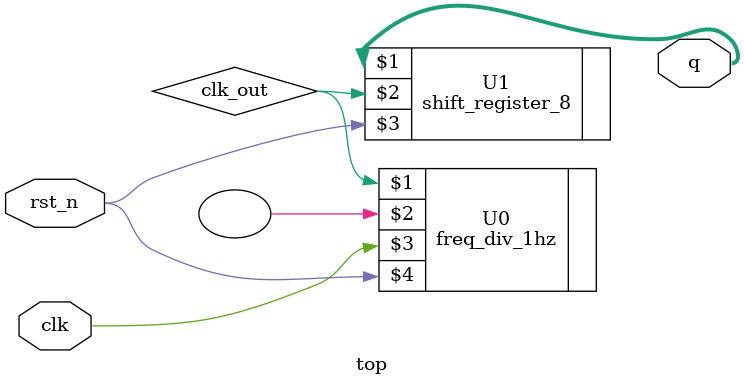
<source format=v>
`timescale 1ns / 1ps


module top(
    output [7:0] q,
    input clk,
    input rst_n
    );
    
    wire clk_out;
    
    freq_div_1hz U0 (clk_out, , clk, rst_n);
    shift_register_8 U1 (q, clk_out, rst_n);
    
endmodule

</source>
